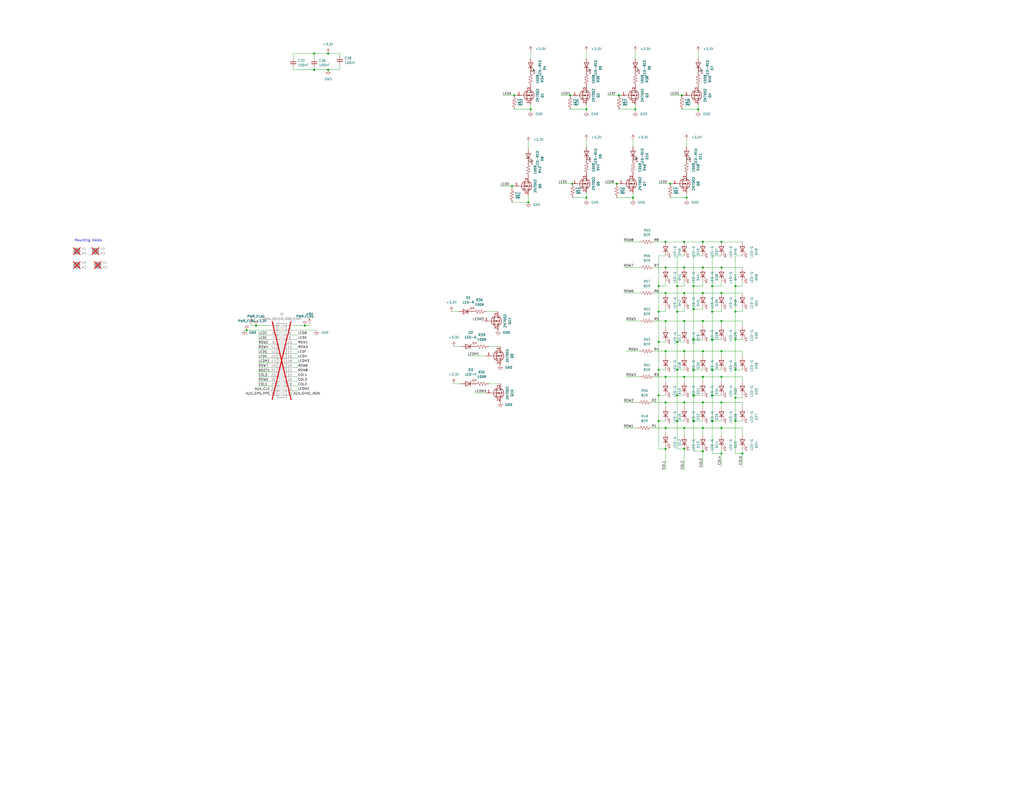
<source format=kicad_sch>
(kicad_sch (version 20230121) (generator eeschema)
  (paper "C")
  (title_block (title "Blinky V4") (rev "v4") (company "Cullen Jennings"))
  (junction (at 393.7 191.77))
  (junction (at 383.54 246.38))
  (junction (at 405.13 247.65))
  (junction (at 179.07 29.21))
  (junction (at 401.32 185.42))
  (junction (at 373.38 233.68))
  (junction (at 373.38 219.71))
  (junction (at 363.22 245.11))
  (junction (at 374.65 107.95))
  (junction (at 383.54 219.71))
  (junction (at 363.22 132.08))
  (junction (at 378.46 215.9))
  (junction (at 363.22 205.74))
  (junction (at 383.54 160.02))
  (junction (at 363.22 233.68))
  (junction (at 378.46 156.21))
  (junction (at 393.7 219.71))
  (junction (at 363.22 146.05))
  (junction (at 369.57 215.9))
  (junction (at 401.32 201.93))
  (junction (at 393.7 132.08))
  (junction (at 359.41 201.93))
  (junction (at 388.62 215.9))
  (junction (at 369.57 170.18))
  (junction (at 373.38 175.26))
  (junction (at 383.54 175.26))
  (junction (at 393.7 205.74))
  (junction (at 312.42 100.33))
  (junction (at 393.7 160.02))
  (junction (at 369.57 201.93))
  (junction (at 363.22 191.77))
  (junction (at 372.11 52.07))
  (junction (at 288.29 110.49))
  (junction (at 393.7 247.65))
  (junction (at 373.38 132.08))
  (junction (at 289.56 59.69))
  (junction (at 369.57 156.21))
  (junction (at 171.45 38.1))
  (junction (at 139.7 177.8))
  (junction (at 378.46 185.42))
  (junction (at 359.41 229.87))
  (junction (at 345.44 107.95))
  (junction (at 363.22 175.26))
  (junction (at 179.07 38.1))
  (junction (at 388.62 170.18))
  (junction (at 359.41 186.69))
  (junction (at 166.37 177.8))
  (junction (at 171.45 29.21))
  (junction (at 388.62 156.21))
  (junction (at 373.38 146.05))
  (junction (at 134.62 180.34))
  (junction (at 378.46 201.93))
  (junction (at 369.57 186.69))
  (junction (at 279.4 101.6))
  (junction (at 401.32 170.18))
  (junction (at 383.54 205.74))
  (junction (at 378.46 229.87))
  (junction (at 365.76 100.33))
  (junction (at 373.38 160.02))
  (junction (at 320.04 59.69))
  (junction (at 320.04 107.95))
  (junction (at 363.22 160.02))
  (junction (at 378.46 168.91))
  (junction (at 280.67 52.07))
  (junction (at 369.57 229.87))
  (junction (at 388.62 201.93))
  (junction (at 388.62 185.42))
  (junction (at 359.41 156.21))
  (junction (at 383.54 146.05))
  (junction (at 336.55 100.33))
  (junction (at 393.7 175.26))
  (junction (at 311.15 52.07))
  (junction (at 401.32 156.21))
  (junction (at 401.32 217.17))
  (junction (at 373.38 245.11))
  (junction (at 337.82 52.07))
  (junction (at 388.62 229.87))
  (junction (at 373.38 191.77))
  (junction (at 363.22 219.71))
  (junction (at 383.54 132.08))
  (junction (at 359.41 170.18))
  (junction (at 359.41 215.9))
  (junction (at 383.54 191.77))
  (junction (at 401.32 229.87))
  (junction (at 381 59.69))
  (junction (at 383.54 233.68))
  (junction (at 393.7 146.05))
  (junction (at 373.38 205.74))
  (junction (at 393.7 233.68))
  (junction (at 346.71 59.69))
  (wire (pts (xy 160.02 29.21) (xy 171.45 29.21)))
  (wire (pts (xy 320.04 105.41) (xy 320.04 107.95)))
  (wire (pts (xy 378.46 185.42) (xy 378.46 201.93)))
  (wire (pts (xy 405.13 208.28) (xy 405.13 205.74)))
  (wire (pts (xy 345.44 107.95) (xy 345.44 109.22)))
  (wire (pts (xy 393.7 215.9) (xy 388.62 215.9)))
  (wire (pts (xy 320.04 59.69) (xy 320.04 60.96)))
  (wire (pts (xy 140.97 203.2) (xy 147.32 203.2)))
  (wire (pts (xy 330.2 100.33) (xy 336.55 100.33)))
  (wire (pts (xy 405.13 219.71) (xy 393.7 219.71)))
  (wire (pts (xy 355.6 219.71) (xy 363.22 219.71)))
  (wire (pts (xy 171.45 29.21) (xy 179.07 29.21)))
  (wire (pts (xy 336.55 100.33) (xy 337.82 100.33)))
  (wire (pts (xy 266.7 209.55) (xy 273.05 209.55)))
  (wire (pts (xy 373.38 245.11) (xy 373.38 256.54)))
  (wire (pts (xy 140.97 193.04) (xy 147.32 193.04)))
  (wire (pts (xy 320.04 107.95) (xy 320.04 109.22)))
  (wire (pts (xy 393.7 153.67) (xy 393.7 156.21)))
  (wire (pts (xy 346.71 59.69) (xy 346.71 60.96)))
  (wire (pts (xy 405.13 215.9) (xy 405.13 217.17)))
  (wire (pts (xy 401.32 247.65) (xy 405.13 247.65)))
  (wire (pts (xy 359.41 245.11) (xy 363.22 245.11)))
  (wire (pts (xy 405.13 194.31) (xy 405.13 191.77)))
  (wire (pts (xy 365.76 52.07) (xy 372.11 52.07)))
  (wire (pts (xy 363.22 194.31) (xy 363.22 191.77)))
  (wire (pts (xy 185.42 30.48) (xy 185.42 29.21)))
  (wire (pts (xy 247.65 209.55) (xy 251.46 209.55)))
  (wire (pts (xy 289.56 59.69) (xy 289.56 60.96)))
  (wire (pts (xy 147.32 177.8) (xy 139.7 177.8)))
  (wire (pts (xy 393.7 160.02) (xy 405.13 160.02)))
  (wire (pts (xy 320.04 27.94) (xy 320.04 31.75)))
  (wire (pts (xy 388.62 229.87) (xy 388.62 247.65)))
  (wire (pts (xy 383.54 191.77) (xy 373.38 191.77)))
  (wire (pts (xy 383.54 233.68) (xy 373.38 233.68)))
  (wire (pts (xy 140.97 198.12) (xy 147.32 198.12)))
  (wire (pts (xy 336.55 107.95) (xy 345.44 107.95)))
  (wire (pts (xy 378.46 246.38) (xy 383.54 246.38)))
  (wire (pts (xy 383.54 237.49) (xy 383.54 233.68)))
  (wire (pts (xy 179.07 29.21) (xy 185.42 29.21)))
  (wire (pts (xy 378.46 215.9) (xy 383.54 215.9)))
  (wire (pts (xy 279.4 101.6) (xy 279.4 102.87)))
  (wire (pts (xy 304.8 100.33) (xy 312.42 100.33)))
  (wire (pts (xy 140.97 185.42) (xy 147.32 185.42)))
  (wire (pts (xy 405.13 175.26) (xy 393.7 175.26)))
  (wire (pts (xy 160.02 177.8) (xy 166.37 177.8)))
  (wire (pts (xy 160.02 38.1) (xy 171.45 38.1)))
  (wire (pts (xy 388.62 139.7) (xy 388.62 156.21)))
  (wire (pts (xy 311.15 52.07) (xy 312.42 52.07)))
  (wire (pts (xy 405.13 205.74) (xy 393.7 205.74)))
  (wire (pts (xy 359.41 215.9) (xy 359.41 229.87)))
  (wire (pts (xy 373.38 219.71) (xy 363.22 219.71)))
  (wire (pts (xy 388.62 201.93) (xy 393.7 201.93)))
  (wire (pts (xy 288.29 106.68) (xy 288.29 110.49)))
  (wire (pts (xy 405.13 139.7) (xy 401.32 139.7)))
  (wire (pts (xy 393.7 247.65) (xy 393.7 255.27)))
  (wire (pts (xy 359.41 156.21) (xy 359.41 170.18)))
  (wire (pts (xy 388.62 215.9) (xy 388.62 229.87)))
  (wire (pts (xy 160.02 180.34) (xy 172.72 180.34)))
  (wire (pts (xy 312.42 107.95) (xy 320.04 107.95)))
  (wire (pts (xy 393.7 139.7) (xy 388.62 139.7)))
  (wire (pts (xy 369.57 186.69) (xy 369.57 201.93)))
  (wire (pts (xy 340.36 160.02) (xy 349.25 160.02)))
  (wire (pts (xy 401.32 229.87) (xy 401.32 247.65)))
  (wire (pts (xy 345.44 76.2) (xy 345.44 80.01)))
  (wire (pts (xy 160.02 200.66) (xy 162.56 200.66)))
  (wire (pts (xy 393.7 167.64) (xy 393.7 170.18)))
  (wire (pts (xy 320.04 76.2) (xy 320.04 80.01)))
  (wire (pts (xy 356.87 160.02) (xy 363.22 160.02)))
  (wire (pts (xy 369.57 201.93) (xy 373.38 201.93)))
  (wire (pts (xy 363.22 245.11) (xy 363.22 256.54)))
  (wire (pts (xy 140.97 190.5) (xy 147.32 190.5)))
  (wire (pts (xy 405.13 191.77) (xy 393.7 191.77)))
  (wire (pts (xy 393.7 233.68) (xy 405.13 233.68)))
  (wire (pts (xy 363.22 191.77) (xy 356.87 191.77)))
  (wire (pts (xy 289.56 57.15) (xy 289.56 59.69)))
  (wire (pts (xy 393.7 245.11) (xy 393.7 247.65)))
  (wire (pts (xy 341.63 205.74) (xy 349.25 205.74)))
  (wire (pts (xy 133.35 180.34) (xy 134.62 180.34)))
  (wire (pts (xy 383.54 167.64) (xy 383.54 168.91)))
  (wire (pts (xy 363.22 233.68) (xy 355.6 233.68)))
  (wire (pts (xy 279.4 101.6) (xy 280.67 101.6)))
  (wire (pts (xy 405.13 170.18) (xy 401.32 170.18)))
  (wire (pts (xy 373.38 186.69) (xy 369.57 186.69)))
  (wire (pts (xy 388.62 156.21) (xy 388.62 170.18)))
  (wire (pts (xy 365.76 100.33) (xy 367.03 100.33)))
  (wire (pts (xy 381 57.15) (xy 381 59.69)))
  (wire (pts (xy 140.97 208.28) (xy 147.32 208.28)))
  (wire (pts (xy 363.22 215.9) (xy 359.41 215.9)))
  (wire (pts (xy 374.65 105.41) (xy 374.65 107.95)))
  (wire (pts (xy 378.46 215.9) (xy 378.46 229.87)))
  (wire (pts (xy 140.97 187.96) (xy 147.32 187.96)))
  (wire (pts (xy 373.38 205.74) (xy 363.22 205.74)))
  (wire (pts (xy 340.36 146.05) (xy 349.25 146.05)))
  (wire (pts (xy 337.82 59.69) (xy 346.71 59.69)))
  (wire (pts (xy 341.63 191.77) (xy 349.25 191.77)))
  (wire (pts (xy 255.27 194.31) (xy 265.43 194.31)))
  (wire (pts (xy 373.38 167.64) (xy 373.38 170.18)))
  (wire (pts (xy 363.22 139.7) (xy 359.41 139.7)))
  (wire (pts (xy 166.37 177.8) (xy 168.91 177.8)))
  (wire (pts (xy 346.71 57.15) (xy 346.71 59.69)))
  (wire (pts (xy 160.02 210.82) (xy 162.56 210.82)))
  (wire (pts (xy 369.57 229.87) (xy 369.57 245.11)))
  (wire (pts (xy 401.32 170.18) (xy 401.32 185.42)))
  (wire (pts (xy 405.13 237.49) (xy 405.13 233.68)))
  (wire (pts (xy 378.46 201.93) (xy 378.46 215.9)))
  (wire (pts (xy 378.46 139.7) (xy 378.46 156.21)))
  (wire (pts (xy 311.15 59.69) (xy 320.04 59.69)))
  (wire (pts (xy 363.22 243.84) (xy 363.22 245.11)))
  (wire (pts (xy 378.46 229.87) (xy 383.54 229.87)))
  (wire (pts (xy 405.13 217.17) (xy 401.32 217.17)))
  (wire (pts (xy 374.65 76.2) (xy 374.65 80.01)))
  (wire (pts (xy 393.7 205.74) (xy 393.7 208.28)))
  (wire (pts (xy 393.7 191.77) (xy 383.54 191.77)))
  (wire (pts (xy 369.57 201.93) (xy 369.57 215.9)))
  (wire (pts (xy 383.54 219.71) (xy 383.54 222.25)))
  (wire (pts (xy 280.67 52.07) (xy 281.94 52.07)))
  (wire (pts (xy 363.22 132.08) (xy 373.38 132.08)))
  (wire (pts (xy 359.41 201.93) (xy 363.22 201.93)))
  (wire (pts (xy 359.41 229.87) (xy 363.22 229.87)))
  (wire (pts (xy 331.47 52.07) (xy 337.82 52.07)))
  (wire (pts (xy 374.65 107.95) (xy 374.65 109.22)))
  (wire (pts (xy 171.45 36.83) (xy 171.45 38.1)))
  (wire (pts (xy 137.16 177.8) (xy 137.16 176.53)))
  (wire (pts (xy 363.22 205.74) (xy 363.22 208.28)))
  (wire (pts (xy 363.22 156.21) (xy 359.41 156.21)))
  (wire (pts (xy 383.54 153.67) (xy 383.54 156.21)))
  (wire (pts (xy 356.87 146.05) (xy 363.22 146.05)))
  (wire (pts (xy 388.62 185.42) (xy 388.62 201.93)))
  (wire (pts (xy 393.7 175.26) (xy 383.54 175.26)))
  (wire (pts (xy 160.02 187.96) (xy 162.56 187.96)))
  (wire (pts (xy 337.82 52.07) (xy 339.09 52.07)))
  (wire (pts (xy 383.54 175.26) (xy 383.54 177.8)))
  (wire (pts (xy 383.54 156.21) (xy 378.46 156.21)))
  (wire (pts (xy 369.57 245.11) (xy 373.38 245.11)))
  (wire (pts (xy 373.38 139.7) (xy 369.57 139.7)))
  (wire (pts (xy 383.54 160.02) (xy 393.7 160.02)))
  (wire (pts (xy 373.38 156.21) (xy 369.57 156.21)))
  (wire (pts (xy 279.4 110.49) (xy 288.29 110.49)))
  (wire (pts (xy 171.45 38.1) (xy 179.07 38.1)))
  (wire (pts (xy 265.43 170.18) (xy 271.78 170.18)))
  (wire (pts (xy 405.13 222.25) (xy 405.13 219.71)))
  (wire (pts (xy 378.46 139.7) (xy 383.54 139.7)))
  (wire (pts (xy 378.46 156.21) (xy 378.46 168.91)))
  (wire (pts (xy 359.41 170.18) (xy 359.41 186.69)))
  (wire (pts (xy 405.13 247.65) (xy 405.13 255.27)))
  (wire (pts (xy 363.22 175.26) (xy 363.22 179.07)))
  (wire (pts (xy 140.97 182.88) (xy 147.32 182.88)))
  (wire (pts (xy 363.22 160.02) (xy 373.38 160.02)))
  (wire (pts (xy 246.38 170.18) (xy 250.19 170.18)))
  (wire (pts (xy 274.32 52.07) (xy 280.67 52.07)))
  (wire (pts (xy 393.7 219.71) (xy 393.7 222.25)))
  (wire (pts (xy 289.56 27.94) (xy 289.56 31.75)))
  (wire (pts (xy 185.42 35.56) (xy 185.42 38.1)))
  (wire (pts (xy 306.07 52.07) (xy 311.15 52.07)))
  (wire (pts (xy 405.13 177.8) (xy 405.13 175.26)))
  (wire (pts (xy 160.02 213.36) (xy 162.56 213.36)))
  (wire (pts (xy 369.57 156.21) (xy 369.57 170.18)))
  (wire (pts (xy 134.62 180.34) (xy 147.32 180.34)))
  (wire (pts (xy 388.62 201.93) (xy 388.62 215.9)))
  (wire (pts (xy 401.32 185.42) (xy 401.32 201.93)))
  (wire (pts (xy 373.38 170.18) (xy 369.57 170.18)))
  (wire (pts (xy 393.7 175.26) (xy 393.7 177.8)))
  (wire (pts (xy 383.54 146.05) (xy 393.7 146.05)))
  (wire (pts (xy 373.38 233.68) (xy 373.38 237.49)))
  (wire (pts (xy 369.57 170.18) (xy 369.57 186.69)))
  (wire (pts (xy 373.38 153.67) (xy 373.38 156.21)))
  (wire (pts (xy 346.71 27.94) (xy 346.71 31.75)))
  (wire (pts (xy 247.65 189.23) (xy 251.46 189.23)))
  (wire (pts (xy 383.54 205.74) (xy 383.54 208.28)))
  (wire (pts (xy 405.13 167.64) (xy 405.13 170.18)))
  (wire (pts (xy 393.7 132.08) (xy 405.13 132.08)))
  (wire (pts (xy 160.02 203.2) (xy 162.56 203.2)))
  (wire (pts (xy 171.45 29.21) (xy 171.45 31.75)))
  (wire (pts (xy 340.36 233.68) (xy 347.98 233.68)))
  (wire (pts (xy 140.97 195.58) (xy 147.32 195.58)))
  (wire (pts (xy 383.54 191.77) (xy 383.54 194.31)))
  (wire (pts (xy 383.54 205.74) (xy 373.38 205.74)))
  (wire (pts (xy 273.05 101.6) (xy 279.4 101.6)))
  (wire (pts (xy 369.57 215.9) (xy 369.57 229.87)))
  (wire (pts (xy 359.41 229.87) (xy 359.41 245.11)))
  (wire (pts (xy 160.02 190.5) (xy 162.56 190.5)))
  (wire (pts (xy 363.22 167.64) (xy 363.22 170.18)))
  (wire (pts (xy 288.29 77.47) (xy 288.29 81.28)))
  (wire (pts (xy 369.57 139.7) (xy 369.57 156.21)))
  (wire (pts (xy 363.22 236.22) (xy 363.22 233.68)))
  (wire (pts (xy 179.07 38.1) (xy 185.42 38.1)))
  (wire (pts (xy 160.02 193.04) (xy 162.56 193.04)))
  (wire (pts (xy 393.7 191.77) (xy 393.7 194.31)))
  (wire (pts (xy 393.7 185.42) (xy 388.62 185.42)))
  (wire (pts (xy 160.02 208.28) (xy 162.56 208.28)))
  (wire (pts (xy 140.97 210.82) (xy 147.32 210.82)))
  (wire (pts (xy 363.22 153.67) (xy 363.22 156.21)))
  (wire (pts (xy 140.97 205.74) (xy 147.32 205.74)))
  (wire (pts (xy 359.41 139.7) (xy 359.41 156.21)))
  (wire (pts (xy 363.22 146.05) (xy 373.38 146.05)))
  (wire (pts (xy 383.54 185.42) (xy 378.46 185.42)))
  (wire (pts (xy 363.22 186.69) (xy 359.41 186.69)))
  (wire (pts (xy 393.7 219.71) (xy 383.54 219.71)))
  (wire (pts (xy 340.36 219.71) (xy 347.98 219.71)))
  (wire (pts (xy 383.54 168.91) (xy 378.46 168.91)))
  (wire (pts (xy 359.41 100.33) (xy 365.76 100.33)))
  (wire (pts (xy 340.36 132.08) (xy 349.25 132.08)))
  (wire (pts (xy 373.38 146.05) (xy 383.54 146.05)))
  (wire (pts (xy 363.22 219.71) (xy 363.22 222.25)))
  (wire (pts (xy 401.32 217.17) (xy 401.32 229.87)))
  (wire (pts (xy 373.38 179.07) (xy 373.38 175.26)))
  (wire (pts (xy 401.32 156.21) (xy 401.32 170.18)))
  (wire (pts (xy 160.02 198.12) (xy 162.56 198.12)))
  (wire (pts (xy 405.13 185.42) (xy 401.32 185.42)))
  (wire (pts (xy 356.87 205.74) (xy 363.22 205.74)))
  (wire (pts (xy 139.7 177.8) (xy 137.16 177.8)))
  (wire (pts (xy 405.13 153.67) (xy 405.13 156.21)))
  (wire (pts (xy 356.87 132.08) (xy 363.22 132.08)))
  (wire (pts (xy 393.7 170.18) (xy 388.62 170.18)))
  (wire (pts (xy 401.32 201.93) (xy 405.13 201.93)))
  (wire (pts (xy 393.7 237.49) (xy 393.7 233.68)))
  (wire (pts (xy 341.63 175.26) (xy 349.25 175.26)))
  (wire (pts (xy 383.54 233.68) (xy 393.7 233.68)))
  (wire (pts (xy 373.38 132.08) (xy 383.54 132.08)))
  (wire (pts (xy 359.41 201.93) (xy 359.41 215.9)))
  (wire (pts (xy 405.13 245.11) (xy 405.13 247.65)))
  (wire (pts (xy 381 27.94) (xy 381 31.75)))
  (wire (pts (xy 160.02 185.42) (xy 162.56 185.42)))
  (wire (pts (xy 373.38 175.26) (xy 363.22 175.26)))
  (wire (pts (xy 383.54 175.26) (xy 373.38 175.26)))
  (wire (pts (xy 388.62 170.18) (xy 388.62 185.42)))
  (wire (pts (xy 401.32 139.7) (xy 401.32 156.21)))
  (wire (pts (xy 259.08 214.63) (xy 265.43 214.63)))
  (wire (pts (xy 373.38 233.68) (xy 363.22 233.68)))
  (wire (pts (xy 393.7 146.05) (xy 405.13 146.05)))
  (wire (pts (xy 373.38 222.25) (xy 373.38 219.71)))
  (wire (pts (xy 160.02 205.74) (xy 162.56 205.74)))
  (wire (pts (xy 359.41 186.69) (xy 359.41 201.93)))
  (wire (pts (xy 345.44 105.41) (xy 345.44 107.95)))
  (wire (pts (xy 383.54 245.11) (xy 383.54 246.38)))
  (wire (pts (xy 401.32 229.87) (xy 405.13 229.87)))
  (wire (pts (xy 372.11 52.07) (xy 373.38 52.07)))
  (wire (pts (xy 378.46 201.93) (xy 383.54 201.93)))
  (wire (pts (xy 373.38 191.77) (xy 363.22 191.77)))
  (wire (pts (xy 378.46 229.87) (xy 378.46 246.38)))
  (wire (pts (xy 320.04 57.15) (xy 320.04 59.69)))
  (wire (pts (xy 168.91 177.8) (xy 168.91 176.53)))
  (wire (pts (xy 160.02 31.75) (xy 160.02 29.21)))
  (wire (pts (xy 369.57 229.87) (xy 373.38 229.87)))
  (wire (pts (xy 381 59.69) (xy 381 60.96)))
  (wire (pts (xy 383.54 132.08) (xy 393.7 132.08)))
  (wire (pts (xy 405.13 156.21) (xy 401.32 156.21)))
  (wire (pts (xy 373.38 160.02) (xy 383.54 160.02)))
  (wire (pts (xy 378.46 168.91) (xy 378.46 185.42)))
  (wire (pts (xy 365.76 107.95) (xy 374.65 107.95)))
  (wire (pts (xy 369.57 215.9) (xy 373.38 215.9)))
  (wire (pts (xy 363.22 170.18) (xy 359.41 170.18)))
  (wire (pts (xy 393.7 229.87) (xy 388.62 229.87)))
  (wire (pts (xy 393.7 205.74) (xy 383.54 205.74)))
  (wire (pts (xy 373.38 194.31) (xy 373.38 191.77)))
  (wire (pts (xy 160.02 36.83) (xy 160.02 38.1)))
  (wire (pts (xy 383.54 219.71) (xy 373.38 219.71)))
  (wire (pts (xy 388.62 247.65) (xy 393.7 247.65)))
  (wire (pts (xy 140.97 200.66) (xy 147.32 200.66)))
  (wire (pts (xy 266.7 189.23) (xy 273.05 189.23)))
  (wire (pts (xy 373.38 208.28) (xy 373.38 205.74)))
  (wire (pts (xy 160.02 182.88) (xy 162.56 182.88)))
  (wire (pts (xy 372.11 59.69) (xy 381 59.69)))
  (wire (pts (xy 393.7 156.21) (xy 388.62 156.21)))
  (wire (pts (xy 160.02 195.58) (xy 162.56 195.58)))
  (wire (pts (xy 280.67 59.69) (xy 289.56 59.69)))
  (wire (pts (xy 383.54 246.38) (xy 383.54 255.27)))
  (wire (pts (xy 401.32 201.93) (xy 401.32 217.17)))
  (wire (pts (xy 356.87 175.26) (xy 363.22 175.26)))
  (text "Mounting Holes" (at 40.64 132.08 0) (effects (font (size 1.27 1.27)) (justify left bottom)))
  (label "LEDF" (at 331.47 52.07 0))
  (label "COL1" (at 140.97 210.82 0))
  (label "LEDD" (at 162.56 185.42 0))
  (label "AUX_CLK" (at 147.32 213.36 180))
  (label "LEDM3" (at 259.08 214.63 0))
  (label "ROW2" (at 340.36 219.71 0))
  (label "R8" (at 356.87 132.08 0))
  (label "LEDM2" (at 162.56 213.36 0))
  (label "LEDE" (at 304.8 100.33 0))
  (label "LEDA" (at 274.32 52.07 0))
  (label "LEDM2" (at 264.16 175.26 180))
  (label "LEDD" (at 273.05 101.6 0))
  (label "LA" (at 289.56 39.37 0))
  (label "R1" (at 355.6 233.68 0))
  (label "LEDB" (at 162.56 182.88 0))
  (label "LF" (at 346.71 39.37 0))
  (label "ROW5" (at 341.63 175.26 0))
  (label "COL3" (at 383.54 255.27 90))
  (label "LEDH" (at 162.56 195.58 0))
  (label "COL5" (at 405.13 254 90))
  (label "R4" (at 356.87 191.77 0))
  (label "ROW3" (at 341.63 205.74 0))
  (label "ROW1" (at 162.56 187.96 0))
  (label "BOOT1" (at 140.97 203.2 0))
  (label "ROW4" (at 140.97 190.5 0))
  (label "LD" (at 288.29 88.9 0))
  (label "LEDF" (at 162.56 193.04 0))
  (label "R6" (at 356.87 160.02 0))
  (label "ROW8" (at 340.36 132.08 0))
  (label "LEDH" (at 306.07 52.07 0))
  (label "AUX_GPS_PPS" (at 147.32 215.9 180))
  (label "ROW6" (at 162.56 200.66 0))
  (label "R5" (at 356.87 175.26 0))
  (label "ROW2" (at 140.97 187.96 0))
  (label "LE" (at 320.04 87.63 0))
  (label "ROW4" (at 342.9 191.77 0))
  (label "COL2" (at 373.38 256.54 90))
  (label "ROW8" (at 162.56 203.2 0))
  (label "AUX_SYNC_MON" (at 160.02 215.9 0))
  (label "ROW1" (at 340.36 233.68 0))
  (label "LEDM1" (at 255.27 194.31 0))
  (label "COL5" (at 140.97 205.74 0))
  (label "COL1" (at 363.22 256.54 90))
  (label "COL3" (at 162.56 208.28 0))
  (label "LEDB" (at 330.2 100.33 0))
  (label "COL2" (at 162.56 210.82 0))
  (label "COL4" (at 162.56 205.74 0))
  (label "LEDA" (at 140.97 195.58 0))
  (label "LEDC" (at 359.41 100.33 0))
  (label "COL4" (at 393.7 254 90))
  (label "LEDG" (at 140.97 193.04 0))
  (label "LEDM1" (at 140.97 198.12 0))
  (label "LEDE" (at 140.97 185.42 0))
  (label "LG" (at 381 39.37 0))
  (label "R7" (at 356.87 146.05 0))
  (label "LEDM3" (at 162.56 198.12 0))
  (label "ROW7" (at 340.36 146.05 0))
  (label "LEDG" (at 365.76 52.07 0))
  (label "LC" (at 374.65 87.63 0))
  (label "LB" (at 345.44 87.63 0))
  (label "ROW3" (at 162.56 190.5 0))
  (label "ROW7" (at 140.97 200.66 0))
  (label "ROW6" (at 340.36 160.02 0))
  (label "ROW5" (at 140.97 208.28 0))
  (label "LH" (at 320.04 39.37 0))
  (label "R3" (at 356.87 205.74 0))
  (label "R2" (at 355.6 219.71 0))
  (label "LEDC" (at 140.97 182.88 0))
  (symbol (lib_id "Device:LED") (at 363.22 226.06 90) (unit 1)
    (property "Reference" "D16" (at 370.84 227.6475 0))
    (property "Value" "LED-G" (at 368.3 227.6475 0))
    (property "Footprint" "LED_SMD:LED_0603_1608Metric" (effects hide))
    (property "Datasheet" "https://jlcpcb.com/partdetail/liteon-LTSTC190KRKT/C94869#:~:text=Datasheet-,Download,-Source" (effects hide))
    (property "LCSC" "C125093" (effects hide))
  )
  (symbol (lib_id "Device:LED") (at 383.54 226.06 90) (unit 1)
    (property "Reference" "D25" (at 391.16 227.6475 0))
    (property "Value" "LED-G" (at 388.62 227.6475 0))
    (property "Footprint" "LED_SMD:LED_0603_1608Metric" (effects hide))
    (property "Datasheet" "https://jlcpcb.com/partdetail/liteon-LTSTC190KRKT/C94869#:~:text=Datasheet-,Download,-Source" (effects hide))
    (property "LCSC" "C125093" (effects hide))
  )
  (symbol (lib_id "power:+3.3V") (at 246.38 170.18 0) (unit 1)
    (property "Reference" "#PWR076" (effects hide))
    (property "Value" "+3.3V" (at 246.38 165.1 0))
  )
  (symbol (lib_id "Device:LED") (at 373.38 241.3 90) (unit 1)
    (property "Reference" "D13" (at 381 242.8875 0))
    (property "Value" "LED-G" (at 378.46 242.8875 0))
    (property "Footprint" "LED_SMD:LED_0603_1608Metric" (effects hide))
    (property "Datasheet" "https://jlcpcb.com/partdetail/liteon-LTSTC190KRKT/C94869#:~:text=Datasheet-,Download,-Source" (effects hide))
    (property "LCSC" "C125093" (effects hide))
  )
  (symbol (lib_id "power:PWR_FLAG") (at 166.37 177.8 0) (unit 1)
    (property "Reference" "#FLG02" (effects hide))
    (property "Value" "PWR_FLAG" (at 166.37 172.72 0))
  )
  (symbol (lib_id "power:+3.3V") (at 289.56 27.94 0) (unit 1)
    (property "Reference" "#PWR09" (effects hide))
    (property "Value" "+3.3V" (at 292.1 26.67 0) (effects (justify left)))
  )
  (symbol (lib_id "Mechanical:MountingHole") (at 52.07 137.16 0) (unit 1) (in_bom no) (dnp yes)
    (property "Reference" "H2" (at 54.61 135.89 0) (effects (justify left)))
    (property "Value" "M2" (at 54.61 138.43 0) (effects (justify left)))
    (property "Footprint" "MountingHole:MountingHole_2.2mm_M2" (effects hide))
  )
  (symbol (lib_id "Device:R_US") (at 320.04 43.18 0) (unit 1)
    (property "Reference" "R36" (at 326.39 43.18 90))
    (property "Value" "100R" (at 323.85 43.18 90))
    (property "Footprint" "Resistor_SMD:R_0603_1608Metric" (effects hide))
    (property "LCSC" "C22775" (effects hide))
  )
  (symbol (lib_id "Device:LED") (at 383.54 163.83 90) (unit 1)
    (property "Reference" "D39" (at 391.16 165.4175 0))
    (property "Value" "LED-G" (at 388.62 165.4175 0))
    (property "Footprint" "LED_SMD:LED_0603_1608Metric" (effects hide))
    (property "Datasheet" "https://jlcpcb.com/partdetail/liteon-LTSTC190KRKT/C94869#:~:text=Datasheet-,Download,-Source" (effects hide))
    (property "LCSC" "C125093" (effects hide))
  )
  (symbol (lib_id "Device:R_US") (at 345.44 91.44 0) (unit 1)
    (property "Reference" "R46" (at 351.79 91.44 90))
    (property "Value" "100R" (at 349.25 91.44 90))
    (property "Footprint" "Resistor_SMD:R_0603_1608Metric" (effects hide))
    (property "LCSC" "C22775" (effects hide))
  )
  (symbol (lib_id "Device:LED") (at 405.13 135.89 90) (unit 1)
    (property "Reference" "D49" (at 412.75 137.4775 0))
    (property "Value" "LED-G" (at 410.21 137.4775 0))
    (property "Footprint" "LED_SMD:LED_0603_1608Metric" (effects hide))
    (property "Datasheet" "https://jlcpcb.com/partdetail/liteon-LTSTC190KRKT/C94869#:~:text=Datasheet-,Download,-Source" (effects hide))
    (property "LCSC" "C125093" (effects hide))
  )
  (symbol (lib_id "power:GND") (at 381 60.96 0) (unit 1)
    (property "Reference" "#PWR088" (effects hide))
    (property "Value" "GND" (at 383.54 62.23 0) (effects (justify left)))
  )
  (symbol (lib_id "Device:LED") (at 363.22 198.12 90) (unit 1)
    (property "Reference" "D18" (at 370.84 199.7075 0))
    (property "Value" "LED-G" (at 368.3 199.7075 0))
    (property "Footprint" "LED_SMD:LED_0603_1608Metric" (effects hide))
    (property "Datasheet" "https://jlcpcb.com/partdetail/liteon-LTSTC190KRKT/C94869#:~:text=Datasheet-,Download,-Source" (effects hide))
    (property "LCSC" "C125093" (effects hide))
  )
  (symbol (lib_id "Device:LED") (at 254 170.18 180) (unit 1)
    (property "Reference" "D1" (at 255.5875 162.56 0))
    (property "Value" "LED-R" (at 255.5875 165.1 0))
    (property "Footprint" "LED_SMD:LED_0603_1608Metric" (effects hide))
    (property "Datasheet" "https://jlcpcb.com/partdetail/liteon-LTSTC190KRKT/C94869#:~:text=Datasheet-,Download,-Source" (effects hide))
    (property "LCSC" "C94869" (effects hide))
  )
  (symbol (lib_id "Device:LED") (at 405.13 212.09 90) (unit 1)
    (property "Reference" "D33" (at 412.75 213.6775 0))
    (property "Value" "LED-G" (at 410.21 213.6775 0))
    (property "Footprint" "LED_SMD:LED_0603_1608Metric" (effects hide))
    (property "Datasheet" "https://jlcpcb.com/partdetail/liteon-LTSTC190KRKT/C94869#:~:text=Datasheet-,Download,-Source" (effects hide))
    (property "LCSC" "C125093" (effects hide))
  )
  (symbol (lib_id "Transistor_FET:2N7002") (at 285.75 101.6 0) (unit 1)
    (property "Reference" "Q5" (at 294.64 101.6 90))
    (property "Value" "2N7002" (at 292.1 101.6 90))
    (property "Footprint" "Package_TO_SOT_SMD:SOT-23" (effects hide))
    (property "Datasheet" "https://www.onsemi.com/pub/Collateral/NDS7002A-D.PDF" (effects hide))
    (property "LCSC" "C8545" (effects hide))
  )
  (symbol (lib_id "Device:LED") (at 363.22 163.83 90) (unit 1)
    (property "Reference" "D42" (at 370.84 165.4175 0))
    (property "Value" "LED-G" (at 368.3 165.4175 0))
    (property "Footprint" "LED_SMD:LED_0603_1608Metric" (effects hide))
    (property "Datasheet" "https://jlcpcb.com/partdetail/liteon-LTSTC190KRKT/C94869#:~:text=Datasheet-,Download,-Source" (effects hide))
    (property "LCSC" "C125093" (effects hide))
  )
  (symbol (lib_id "Device:R_US") (at 381 43.18 0) (unit 1)
    (property "Reference" "R40" (at 387.35 43.18 90))
    (property "Value" "100R" (at 384.81 43.18 90))
    (property "Footprint" "Resistor_SMD:R_0603_1608Metric" (effects hide))
    (property "LCSC" "C22775" (effects hide))
  )
  (symbol (lib_id "Device:LED") (at 363.22 135.89 90) (unit 1)
    (property "Reference" "D40" (at 370.84 137.4775 0))
    (property "Value" "LED-G" (at 368.3 137.4775 0))
    (property "Footprint" "LED_SMD:LED_0603_1608Metric" (effects hide))
    (property "Datasheet" "https://jlcpcb.com/partdetail/liteon-LTSTC190KRKT/C94869#:~:text=Datasheet-,Download,-Source" (effects hide))
    (property "LCSC" "C125093" (effects hide))
  )
  (symbol (lib_id "Device:LED") (at 320.04 35.56 90) (unit 1)
    (property "Reference" "D5" (at 327.66 37.1475 0))
    (property "Value" "LED-RED" (at 325.12 37.1475 0))
    (property "Footprint" "LED_SMD:LED_0603_1608Metric" (effects hide))
    (property "Datasheet" "https://jlcpcb.com/partdetail/liteon-LTSTC190KRKT/C94869#:~:text=Datasheet-,Download,-Source" (effects hide))
    (property "LCSC" "C94869" (effects hide))
  )
  (symbol (lib_id "Device:LED") (at 393.7 198.12 90) (unit 1)
    (property "Reference" "D35" (at 401.32 199.7075 0))
    (property "Value" "LED-G" (at 398.78 199.7075 0))
    (property "Footprint" "LED_SMD:LED_0603_1608Metric" (effects hide))
    (property "Datasheet" "https://jlcpcb.com/partdetail/liteon-LTSTC190KRKT/C94869#:~:text=Datasheet-,Download,-Source" (effects hide))
    (property "LCSC" "C125093" (effects hide))
  )
  (symbol (lib_id "power:GND") (at 172.72 180.34 0) (unit 1)
    (property "Reference" "#PWR04" (effects hide))
    (property "Value" "GND" (at 175.26 181.61 0) (effects (justify left)))
  )
  (symbol (lib_id "Device:LED") (at 393.7 149.86 90) (unit 1)
    (property "Reference" "D47" (at 401.32 151.4475 0))
    (property "Value" "LED-G" (at 398.78 151.4475 0))
    (property "Footprint" "LED_SMD:LED_0603_1608Metric" (effects hide))
    (property "Datasheet" "https://jlcpcb.com/partdetail/liteon-LTSTC190KRKT/C94869#:~:text=Datasheet-,Download,-Source" (effects hide))
    (property "LCSC" "C125093" (effects hide))
  )
  (symbol (lib_id "Device:LED") (at 363.22 182.88 90) (unit 1)
    (property "Reference" "D17" (at 370.84 184.4675 0))
    (property "Value" "LED-G" (at 368.3 184.4675 0))
    (property "Footprint" "LED_SMD:LED_0603_1608Metric" (effects hide))
    (property "Datasheet" "https://jlcpcb.com/partdetail/liteon-LTSTC190KRKT/C94869#:~:text=Datasheet-,Download,-Source" (effects hide))
    (property "LCSC" "C125093" (effects hide))
  )
  (symbol (lib_id "Device:R_US") (at 353.06 132.08 270) (unit 1)
    (property "Reference" "R55" (at 353.06 125.73 90))
    (property "Value" "82R" (at 353.06 128.27 90))
    (property "Footprint" "Resistor_SMD:R_0603_1608Metric" (effects hide))
    (property "LCSC" "C23255" (effects hide))
  )
  (symbol (lib_id "Device:LED") (at 363.22 149.86 90) (unit 1)
    (property "Reference" "D41" (at 370.84 151.4475 0))
    (property "Value" "LED-G" (at 368.3 151.4475 0))
    (property "Footprint" "LED_SMD:LED_0603_1608Metric" (effects hide))
    (property "Datasheet" "https://jlcpcb.com/partdetail/liteon-LTSTC190KRKT/C94869#:~:text=Datasheet-,Download,-Source" (effects hide))
    (property "LCSC" "C125093" (effects hide))
  )
  (symbol (lib_id "Mechanical:MountingHole") (at 53.34 144.78 0) (unit 1) (in_bom no) (dnp yes)
    (property "Reference" "H4" (at 55.88 143.51 0) (effects (justify left)))
    (property "Value" "M2" (at 55.88 146.05 0) (effects (justify left)))
    (property "Footprint" "MountingHole:MountingHole_2.2mm_M2" (effects hide))
  )
  (symbol (lib_id "Device:LED") (at 373.38 163.83 90) (unit 1)
    (property "Reference" "D45" (at 381 165.4175 0))
    (property "Value" "LED-G" (at 378.46 165.4175 0))
    (property "Footprint" "LED_SMD:LED_0603_1608Metric" (effects hide))
    (property "Datasheet" "https://jlcpcb.com/partdetail/liteon-LTSTC190KRKT/C94869#:~:text=Datasheet-,Download,-Source" (effects hide))
    (property "LCSC" "C125093" (effects hide))
  )
  (symbol (lib_id "Device:LED") (at 405.13 181.61 90) (unit 1)
    (property "Reference" "D30" (at 412.75 183.1975 0))
    (property "Value" "LED-G" (at 410.21 183.1975 0))
    (property "Footprint" "LED_SMD:LED_0603_1608Metric" (effects hide))
    (property "Datasheet" "https://jlcpcb.com/partdetail/liteon-LTSTC190KRKT/C94869#:~:text=Datasheet-,Download,-Source" (effects hide))
    (property "LCSC" "C125093" (effects hide))
  )
  (symbol (lib_id "Device:LED") (at 373.38 135.89 90) (unit 1)
    (property "Reference" "D43" (at 381 137.4775 0))
    (property "Value" "LED-G" (at 378.46 137.4775 0))
    (property "Footprint" "LED_SMD:LED_0603_1608Metric" (effects hide))
    (property "Datasheet" "https://jlcpcb.com/partdetail/liteon-LTSTC190KRKT/C94869#:~:text=Datasheet-,Download,-Source" (effects hide))
    (property "LCSC" "C125093" (effects hide))
  )
  (symbol (lib_id "Device:LED") (at 374.65 83.82 90) (unit 1)
    (property "Reference" "D11" (at 382.27 85.4075 0))
    (property "Value" "LED-RED" (at 379.73 85.4075 0))
    (property "Footprint" "LED_SMD:LED_0603_1608Metric" (effects hide))
    (property "Datasheet" "https://jlcpcb.com/partdetail/liteon-LTSTC190KRKT/C94869#:~:text=Datasheet-,Download,-Source" (effects hide))
    (property "LCSC" "C94869" (effects hide))
  )
  (symbol (lib_id "Transistor_FET:2N7002") (at 372.11 100.33 0) (unit 1)
    (property "Reference" "Q8" (at 381 100.33 90))
    (property "Value" "2N7002" (at 378.46 100.33 90))
    (property "Footprint" "Package_TO_SOT_SMD:SOT-23" (effects hide))
    (property "Datasheet" "https://www.onsemi.com/pub/Collateral/NDS7002A-D.PDF" (effects hide))
    (property "LCSC" "C8545" (effects hide))
  )
  (symbol (lib_id "power:+3.3V") (at 320.04 76.2 0) (unit 1)
    (property "Reference" "#PWR091" (effects hide))
    (property "Value" "+3.3V" (at 322.58 74.93 0) (effects (justify left)))
  )
  (symbol (lib_id "Device:R_US") (at 262.89 209.55 90) (unit 1)
    (property "Reference" "R31" (at 262.89 203.2 90))
    (property "Value" "100R" (at 262.89 205.74 90))
    (property "Footprint" "Resistor_SMD:R_0603_1608Metric" (effects hide))
    (property "LCSC" "C22775" (effects hide))
  )
  (symbol (lib_id "Device:LED") (at 393.7 163.83 90) (unit 1)
    (property "Reference" "D48" (at 401.32 165.4175 0))
    (property "Value" "LED-G" (at 398.78 165.4175 0))
    (property "Footprint" "LED_SMD:LED_0603_1608Metric" (effects hide))
    (property "Datasheet" "https://jlcpcb.com/partdetail/liteon-LTSTC190KRKT/C94869#:~:text=Datasheet-,Download,-Source" (effects hide))
    (property "LCSC" "C125093" (effects hide))
  )
  (symbol (lib_id "Device:R_US") (at 261.62 170.18 90) (unit 1)
    (property "Reference" "R30" (at 261.62 163.83 90))
    (property "Value" "100R" (at 261.62 166.37 90))
    (property "Footprint" "Resistor_SMD:R_0603_1608Metric" (effects hide))
    (property "LCSC" "C22775" (effects hide))
  )
  (symbol (lib_id "Device:C_Small") (at 171.45 34.29 0) (unit 1)
    (property "Reference" "C36" (at 173.99 33.0263 0) (effects (justify left)))
    (property "Value" "100nF" (at 173.99 35.5663 0) (effects (justify left)))
    (property "Footprint" "Capacitor_SMD:C_0402_1005Metric" (effects hide))
    (property "Datasheet" "https://www.mouser.ca/datasheet/2/447/UPY_GPHC_X7R_6_3V_to_250V_23-3084653.pdf" (effects hide))
    (property "LCSC" "C307331" (effects hide))
  )
  (symbol (lib_id "Transistor_FET:2N7002") (at 270.51 194.31 0) (unit 1)
    (property "Reference" "Q9" (at 279.4 194.31 90))
    (property "Value" "2N7002" (at 276.86 194.31 90))
    (property "Footprint" "Package_TO_SOT_SMD:SOT-23" (effects hide))
    (property "Datasheet" "https://www.onsemi.com/pub/Collateral/NDS7002A-D.PDF" (effects hide))
    (property "LCSC" "C8545" (effects hide))
  )
  (symbol (lib_id "Device:R_US") (at 374.65 91.44 0) (unit 1)
    (property "Reference" "R48" (at 381 91.44 90))
    (property "Value" "100R" (at 378.46 91.44 90))
    (property "Footprint" "Resistor_SMD:R_0603_1608Metric" (effects hide))
    (property "LCSC" "C22775" (effects hide))
  )
  (symbol (lib_id "Device:LED") (at 383.54 198.12 90) (unit 1)
    (property "Reference" "D34" (at 391.16 199.7075 0))
    (property "Value" "LED-G" (at 388.62 199.7075 0))
    (property "Footprint" "LED_SMD:LED_0603_1608Metric" (effects hide))
    (property "Datasheet" "https://jlcpcb.com/partdetail/liteon-LTSTC190KRKT/C94869#:~:text=Datasheet-,Download,-Source" (effects hide))
    (property "LCSC" "C125093" (effects hide))
  )
  (symbol (lib_id "Device:LED") (at 383.54 241.3 90) (unit 1)
    (property "Reference" "D14" (at 391.16 242.8875 0))
    (property "Value" "LED-G" (at 388.62 242.8875 0))
    (property "Footprint" "LED_SMD:LED_0603_1608Metric" (effects hide))
    (property "Datasheet" "https://jlcpcb.com/partdetail/liteon-LTSTC190KRKT/C94869#:~:text=Datasheet-,Download,-Source" (effects hide))
    (property "LCSC" "C125093" (effects hide))
  )
  (symbol (lib_id "Device:LED") (at 405.13 226.06 90) (unit 1)
    (property "Reference" "D27" (at 412.75 227.6475 0))
    (property "Value" "LED-G" (at 410.21 227.6475 0))
    (property "Footprint" "LED_SMD:LED_0603_1608Metric" (effects hide))
    (property "Datasheet" "https://jlcpcb.com/partdetail/liteon-LTSTC190KRKT/C94869#:~:text=Datasheet-,Download,-Source" (effects hide))
    (property "LCSC" "C125093" (effects hide))
  )
  (symbol (lib_id "Device:LED") (at 393.7 181.61 90) (unit 1)
    (property "Reference" "D29" (at 401.32 183.1975 0))
    (property "Value" "LED-G" (at 398.78 183.1975 0))
    (property "Footprint" "LED_SMD:LED_0603_1608Metric" (effects hide))
    (property "Datasheet" "https://jlcpcb.com/partdetail/liteon-LTSTC190KRKT/C94869#:~:text=Datasheet-,Download,-Source" (effects hide))
    (property "LCSC" "C125093" (effects hide))
  )
  (symbol (lib_id "Device:LED") (at 383.54 181.61 90) (unit 1)
    (property "Reference" "D28" (at 391.16 183.1975 0))
    (property "Value" "LED-G" (at 388.62 183.1975 0))
    (property "Footprint" "LED_SMD:LED_0603_1608Metric" (effects hide))
    (property "Datasheet" "https://jlcpcb.com/partdetail/liteon-LTSTC190KRKT/C94869#:~:text=Datasheet-,Download,-Source" (effects hide))
    (property "LCSC" "C125093" (effects hide))
  )
  (symbol (lib_id "Mechanical:MountingHole") (at 41.91 137.16 0) (unit 1) (in_bom no) (dnp yes)
    (property "Reference" "H1" (at 44.45 135.89 0) (effects (justify left)))
    (property "Value" "M2" (at 44.45 138.43 0) (effects (justify left)))
    (property "Footprint" "MountingHole:MountingHole_2.2mm_M2" (effects hide))
  )
  (symbol (lib_id "Device:R_US") (at 365.76 104.14 180) (unit 1)
    (property "Reference" "R47" (at 369.57 104.14 90))
    (property "Value" "4K7" (at 368.3 104.14 90))
    (property "Footprint" "Resistor_SMD:R_0603_1608Metric" (effects hide))
    (property "LCSC" "C23162" (effects hide))
  )
  (symbol (lib_id "power:GND") (at 273.05 199.39 0) (unit 1)
    (property "Reference" "#PWR0117" (effects hide))
    (property "Value" "GND" (at 275.59 200.66 0) (effects (justify left)))
  )
  (symbol (lib_id "power:GND") (at 271.78 180.34 0) (unit 1)
    (property "Reference" "#PWR06" (effects hide))
    (property "Value" "GND" (at 274.32 181.61 0) (effects (justify left)))
  )
  (symbol (lib_id "Transistor_FET:2N7002") (at 270.51 214.63 0) (unit 1)
    (property "Reference" "Q10" (at 279.4 214.63 90))
    (property "Value" "2N7002" (at 276.86 214.63 90))
    (property "Footprint" "Package_TO_SOT_SMD:SOT-23" (effects hide))
    (property "Datasheet" "https://www.onsemi.com/pub/Collateral/NDS7002A-D.PDF" (effects hide))
    (property "LCSC" "C8545" (effects hide))
  )
  (symbol (lib_id "Device:LED") (at 383.54 212.09 90) (unit 1)
    (property "Reference" "D31" (at 391.16 213.6775 0))
    (property "Value" "LED-G" (at 388.62 213.6775 0))
    (property "Footprint" "LED_SMD:LED_0603_1608Metric" (effects hide))
    (property "LCSC" "C125093" (effects hide))
  )
  (symbol (lib_id "Device:R_US") (at 337.82 55.88 180) (unit 1)
    (property "Reference" "R37" (at 341.63 55.88 90))
    (property "Value" "4K7" (at 340.36 55.88 90))
    (property "Footprint" "Resistor_SMD:R_0603_1608Metric" (effects hide))
    (property "LCSC" "C23162" (effects hide))
  )
  (symbol (lib_id "Device:LED") (at 255.27 209.55 180) (unit 1)
    (property "Reference" "D3" (at 256.8575 201.93 0))
    (property "Value" "LED-Y" (at 256.8575 204.47 0))
    (property "Footprint" "LED_SMD:LED_0603_1608Metric" (effects hide))
    (property "Datasheet" "https://jlcpcb.com/partdetail/liteon-LTSTC190KRKT/C94869#:~:text=Datasheet-,Download,-Source" (effects hide))
    (property "LCSC" "C72038" (effects hide))
  )
  (symbol (lib_id "Device:LED") (at 393.7 226.06 90) (unit 1)
    (property "Reference" "D26" (at 401.32 227.6475 0))
    (property "Value" "LED-G" (at 398.78 227.6475 0))
    (property "Footprint" "LED_SMD:LED_0603_1608Metric" (effects hide))
    (property "Datasheet" "https://jlcpcb.com/partdetail/liteon-LTSTC190KRKT/C94869#:~:text=Datasheet-,Download,-Source" (effects hide))
    (property "LCSC" "C125093" (effects hide))
  )
  (symbol (lib_id "Device:R_US") (at 311.15 55.88 180) (unit 1)
    (property "Reference" "R35" (at 314.96 55.88 90))
    (property "Value" "4K7" (at 313.69 55.88 90))
    (property "Footprint" "Resistor_SMD:R_0603_1608Metric" (effects hide))
    (property "LCSC" "C23162" (effects hide))
  )
  (symbol (lib_id "Connector_Generic:Conn_02x16_Odd_Even") (at 152.4 195.58 0) (unit 1) (in_bom no) (dnp yes)
    (property "Reference" "J1" (at 153.67 171.45 0))
    (property "Value" "Conn_02x16_Odd_Even" (at 153.67 173.99 0))
    (property "Footprint" "Connector_PinHeader_2.54mm:PinHeader_2x16_P2.54mm_Vertical" (effects hide))
    (property "Sim.Enable" "0" (effects hide))
  )
  (symbol (lib_id "Transistor_FET:2N7002") (at 287.02 52.07 0) (unit 1)
    (property "Reference" "Q1" (at 295.91 52.07 90))
    (property "Value" "2N7002" (at 293.37 52.07 90))
    (property "Footprint" "Package_TO_SOT_SMD:SOT-23" (effects hide))
    (property "Datasheet" "https://www.onsemi.com/pub/Collateral/NDS7002A-D.PDF" (effects hide))
    (property "LCSC" "C8545" (effects hide))
  )
  (symbol (lib_id "Device:LED") (at 381 35.56 90) (unit 1)
    (property "Reference" "D7" (at 388.62 37.1475 0))
    (property "Value" "LED-RED" (at 386.08 37.1475 0))
    (property "Footprint" "LED_SMD:LED_0603_1608Metric" (effects hide))
    (property "Datasheet" "https://jlcpcb.com/partdetail/liteon-LTSTC190KRKT/C94869#:~:text=Datasheet-,Download,-Source" (effects hide))
    (property "LCSC" "C94869" (effects hide))
  )
  (symbol (lib_id "power:GND") (at 320.04 109.22 0) (unit 1)
    (property "Reference" "#PWR092" (effects hide))
    (property "Value" "GND" (at 322.58 110.49 0) (effects (justify left)))
  )
  (symbol (lib_id "Transistor_FET:2N7002") (at 317.5 52.07 0) (unit 1)
    (property "Reference" "Q2" (at 326.39 52.07 90))
    (property "Value" "2N7002" (at 323.85 52.07 90))
    (property "Footprint" "Package_TO_SOT_SMD:SOT-23" (effects hide))
    (property "Datasheet" "https://www.onsemi.com/pub/Collateral/NDS7002A-D.PDF" (effects hide))
    (property "LCSC" "C8545" (effects hide))
  )
  (symbol (lib_id "Device:LED") (at 393.7 212.09 90) (unit 1)
    (property "Reference" "D32" (at 401.32 213.6775 0))
    (property "Value" "LED-G" (at 398.78 213.6775 0))
    (property "Footprint" "LED_SMD:LED_0603_1608Metric" (effects hide))
    (property "Datasheet" "https://jlcpcb.com/partdetail/liteon-LTSTC190KRKT/C94869#:~:text=Datasheet-,Download,-Source" (effects hide))
    (property "LCSC" "C125093" (effects hide))
  )
  (symbol (lib_id "Device:LED") (at 289.56 35.56 90) (unit 1)
    (property "Reference" "D4" (at 297.18 37.1475 0))
    (property "Value" "LED-RED" (at 294.64 37.1475 0))
    (property "Footprint" "LED_SMD:LED_0603_1608Metric" (effects hide))
    (property "Datasheet" "https://jlcpcb.com/partdetail/liteon-LTSTC190KRKT/C94869#:~:text=Datasheet-,Download,-Source" (effects hide))
    (property "LCSC" "C94869" (effects hide))
  )
  (symbol (lib_id "Device:R_US") (at 280.67 55.88 180) (unit 1)
    (property "Reference" "R33" (at 284.48 55.88 90))
    (property "Value" "4K7" (at 283.21 55.88 90))
    (property "Footprint" "Resistor_SMD:R_0603_1608Metric" (effects hide))
    (property "LCSC" "C23162" (effects hide))
  )
  (symbol (lib_id "power:+3.3V") (at 320.04 27.94 0) (unit 1)
    (property "Reference" "#PWR073" (effects hide))
    (property "Value" "+3.3V" (at 322.58 26.67 0) (effects (justify left)))
  )
  (symbol (lib_id "power:+3.3V") (at 137.16 176.53 0) (unit 1)
    (property "Reference" "#PWR02" (effects hide))
    (property "Value" "+3.3V" (at 139.7 175.26 0) (effects (justify left)))
  )
  (symbol (lib_id "power:+6V") (at 168.91 176.53 0) (unit 1)
    (property "Reference" "#PWR03" (effects hide))
    (property "Value" "+6V" (at 168.91 171.45 0))
  )
  (symbol (lib_id "Device:R_US") (at 279.4 106.68 180) (unit 1)
    (property "Reference" "R41" (at 283.21 106.68 90))
    (property "Value" "4K7" (at 281.94 106.68 90))
    (property "Footprint" "Resistor_SMD:R_0603_1608Metric" (effects hide))
    (property "LCSC" "C23162" (effects hide))
  )
  (symbol (lib_id "Device:R_US") (at 353.06 175.26 270) (unit 1)
    (property "Reference" "R52" (at 353.06 168.91 90))
    (property "Value" "82R" (at 353.06 171.45 90))
    (property "Footprint" "Resistor_SMD:R_0603_1608Metric" (effects hide))
    (property "LCSC" "C23255" (effects hide))
  )
  (symbol (lib_id "power:GND") (at 289.56 60.96 0) (unit 1)
    (property "Reference" "#PWR08" (effects hide))
    (property "Value" "GND" (at 292.1 62.23 0) (effects (justify left)))
  )
  (symbol (lib_id "Device:R_US") (at 289.56 43.18 0) (unit 1)
    (property "Reference" "R34" (at 295.91 43.18 90))
    (property "Value" "100R" (at 293.37 43.18 90))
    (property "Footprint" "Resistor_SMD:R_0603_1608Metric" (effects hide))
    (property "LCSC" "C22775" (effects hide))
  )
  (symbol (lib_id "Device:LED") (at 383.54 135.89 90) (unit 1)
    (property "Reference" "D37" (at 391.16 137.4775 0))
    (property "Value" "LED-G" (at 388.62 137.4775 0))
    (property "Footprint" "LED_SMD:LED_0603_1608Metric" (effects hide))
    (property "Datasheet" "https://jlcpcb.com/partdetail/liteon-LTSTC190KRKT/C94869#:~:text=Datasheet-,Download,-Source" (effects hide))
    (property "LCSC" "C125093" (effects hide))
  )
  (symbol (lib_id "Device:LED") (at 288.29 85.09 90) (unit 1)
    (property "Reference" "D8" (at 295.91 86.6775 0))
    (property "Value" "LED-RED" (at 293.37 86.6775 0))
    (property "Footprint" "LED_SMD:LED_0603_1608Metric" (effects hide))
    (property "Datasheet" "https://jlcpcb.com/partdetail/liteon-LTSTC190KRKT/C94869#:~:text=Datasheet-,Download,-Source" (effects hide))
    (property "LCSC" "C94869" (effects hide))
  )
  (symbol (lib_id "Device:LED") (at 373.38 212.09 90) (unit 1)
    (property "Reference" "D21" (at 381 213.6775 0))
    (property "Value" "LED-G" (at 378.46 213.6775 0))
    (property "Footprint" "LED_SMD:LED_0603_1608Metric" (effects hide))
    (property "Datasheet" "https://jlcpcb.com/partdetail/liteon-LTSTC190KRKT/C94869#:~:text=Datasheet-,Download,-Source" (effects hide))
    (property "LCSC" "C125093" (effects hide))
  )
  (symbol (lib_id "Device:R_US") (at 262.89 189.23 90) (unit 1)
    (property "Reference" "R29" (at 262.89 182.88 90))
    (property "Value" "100R" (at 262.89 185.42 90))
    (property "Footprint" "Resistor_SMD:R_0603_1608Metric" (effects hide))
    (property "LCSC" "C22775" (effects hide))
  )
  (symbol (lib_id "Transistor_FET:2N7002") (at 378.46 52.07 0) (unit 1)
    (property "Reference" "Q4" (at 387.35 52.07 90))
    (property "Value" "2N7002" (at 384.81 52.07 90))
    (property "Footprint" "Package_TO_SOT_SMD:SOT-23" (effects hide))
    (property "Datasheet" "https://www.onsemi.com/pub/Collateral/NDS7002A-D.PDF" (effects hide))
    (property "LCSC" "C8545" (effects hide))
  )
  (symbol (lib_id "Device:LED") (at 373.38 198.12 90) (unit 1)
    (property "Reference" "D20" (at 381 199.7075 0))
    (property "Value" "LED-G" (at 378.46 199.7075 0))
    (property "Footprint" "LED_SMD:LED_0603_1608Metric" (effects hide))
    (property "Datasheet" "https://jlcpcb.com/partdetail/liteon-LTSTC190KRKT/C94869#:~:text=Datasheet-,Download,-Source" (effects hide))
    (property "LCSC" "C125093" (effects hide))
  )
  (symbol (lib_id "power:+3.3V") (at 288.29 77.47 0) (unit 1)
    (property "Reference" "#PWR089" (effects hide))
    (property "Value" "+3.3V" (at 290.83 76.2 0) (effects (justify left)))
  )
  (symbol (lib_id "Transistor_FET:2N7002") (at 342.9 100.33 0) (unit 1)
    (property "Reference" "Q7" (at 351.79 100.33 90))
    (property "Value" "2N7002" (at 349.25 100.33 90))
    (property "Footprint" "Package_TO_SOT_SMD:SOT-23" (effects hide))
    (property "Datasheet" "https://www.onsemi.com/pub/Collateral/NDS7002A-D.PDF" (effects hide))
    (property "LCSC" "C8545" (effects hide))
  )
  (symbol (lib_id "Device:R_US") (at 320.04 91.44 0) (unit 1)
    (property "Reference" "R44" (at 326.39 91.44 90))
    (property "Value" "100R" (at 323.85 91.44 90))
    (property "Footprint" "Resistor_SMD:R_0603_1608Metric" (effects hide))
    (property "LCSC" "C22775" (effects hide))
  )
  (symbol (lib_id "Device:LED") (at 255.27 189.23 180) (unit 1)
    (property "Reference" "D2" (at 256.8575 181.61 0))
    (property "Value" "LED-G" (at 256.8575 184.15 0))
    (property "Footprint" "LED_SMD:LED_0603_1608Metric" (effects hide))
    (property "Datasheet" "https://jlcpcb.com/partdetail/liteon-LTSTC190KRKT/C94869#:~:text=Datasheet-,Download,-Source" (effects hide))
    (property "LCSC" "C125093" (effects hide))
  )
  (symbol (lib_id "Device:LED") (at 393.7 241.3 90) (unit 1)
    (property "Reference" "D23" (at 401.32 242.8875 0))
    (property "Value" "LED-G" (at 398.78 242.8875 0))
    (property "Footprint" "LED_SMD:LED_0603_1608Metric" (effects hide))
    (property "Datasheet" "https://jlcpcb.com/partdetail/liteon-LTSTC190KRKT/C94869#:~:text=Datasheet-,Download,-Source" (effects hide))
    (property "LCSC" "C125093" (effects hide))
  )
  (symbol (lib_id "power:+3.3V") (at 381 27.94 0) (unit 1)
    (property "Reference" "#PWR087" (effects hide))
    (property "Value" "+3.3V" (at 383.54 26.67 0) (effects (justify left)))
  )
  (symbol (lib_id "Device:R_US") (at 372.11 55.88 180) (unit 1)
    (property "Reference" "R39" (at 375.92 55.88 90))
    (property "Value" "4K7" (at 374.65 55.88 90))
    (property "Footprint" "Resistor_SMD:R_0603_1608Metric" (effects hide))
    (property "LCSC" "C23162" (effects hide))
  )
  (symbol (lib_id "Device:R_US") (at 336.55 104.14 180) (unit 1)
    (property "Reference" "R45" (at 340.36 104.14 90))
    (property "Value" "4K7" (at 339.09 104.14 90))
    (property "Footprint" "Resistor_SMD:R_0603_1608Metric" (effects hide))
    (property "LCSC" "C23162" (effects hide))
  )
  (symbol (lib_id "power:GND") (at 288.29 110.49 0) (unit 1)
    (property "Reference" "#PWR090" (effects hide))
    (property "Value" "GND" (at 290.83 111.76 0) (effects (justify left)))
  )
  (symbol (lib_id "power:GND") (at 345.44 109.22 0) (unit 1)
    (property "Reference" "#PWR094" (effects hide))
    (property "Value" "GND" (at 347.98 110.49 0) (effects (justify left)))
  )
  (symbol (lib_id "Device:LED") (at 405.13 198.12 90) (unit 1)
    (property "Reference" "D36" (at 412.75 199.7075 0))
    (property "Value" "LED-G" (at 410.21 199.7075 0))
    (property "Footprint" "LED_SMD:LED_0603_1608Metric" (effects hide))
    (property "Datasheet" "https://jlcpcb.com/partdetail/liteon-LTSTC190KRKT/C94869#:~:text=Datasheet-,Download,-Source" (effects hide))
    (property "LCSC" "C125093" (effects hide))
  )
  (symbol (lib_id "Device:LED") (at 345.44 83.82 90) (unit 1)
    (property "Reference" "D10" (at 353.06 85.4075 0))
    (property "Value" "LED-RED" (at 350.52 85.4075 0))
    (property "Footprint" "LED_SMD:LED_0603_1608Metric" (effects hide))
    (property "Datasheet" "https://jlcpcb.com/partdetail/liteon-LTSTC190KRKT/C94869#:~:text=Datasheet-,Download,-Source" (effects hide))
    (property "LCSC" "C94869" (effects hide))
  )
  (symbol (lib_id "power:PWR_FLAG") (at 134.62 180.34 0) (unit 1)
    (property "Reference" "#FLG03" (effects hide))
    (property "Value" "PWR_FLAG" (at 134.62 175.26 0))
  )
  (symbol (lib_id "Device:R_US") (at 353.06 146.05 270) (unit 1)
    (property "Reference" "R56" (at 353.06 139.7 90))
    (property "Value" "82R" (at 353.06 142.24 90))
    (property "Footprint" "Resistor_SMD:R_0603_1608Metric" (effects hide))
    (property "LCSC" "C23255" (effects hide))
  )
  (symbol (lib_id "power:GND") (at 179.07 38.1 0) (unit 1)
    (property "Reference" "#PWR05" (effects hide))
    (property "Value" "GND" (at 179.07 43.18 0))
  )
  (symbol (lib_id "Device:R_US") (at 351.79 219.71 270) (unit 1)
    (property "Reference" "R50" (at 351.79 213.36 90))
    (property "Value" "82R" (at 351.79 215.9 90))
    (property "Footprint" "Resistor_SMD:R_0603_1608Metric" (effects hide))
    (property "LCSC" "C23255" (effects hide))
  )
  (symbol (lib_id "Mechanical:MountingHole") (at 41.91 144.78 0) (unit 1) (in_bom no) (dnp yes)
    (property "Reference" "H5" (at 44.45 143.51 0) (effects (justify left)))
    (property "Value" "M2" (at 44.45 146.05 0) (effects (justify left)))
    (property "Footprint" "MountingHole:MountingHole_2.2mm_M2" (effects hide))
  )
  (symbol (lib_id "Device:R_US") (at 351.79 233.68 270) (unit 1)
    (property "Reference" "R49" (at 351.79 227.33 90))
    (property "Value" "82R" (at 351.79 229.87 90))
    (property "Footprint" "Resistor_SMD:R_0603_1608Metric" (effects hide))
    (property "LCSC" "C23255" (effects hide))
  )
  (symbol (lib_id "Device:LED") (at 373.38 149.86 90) (unit 1)
    (property "Reference" "D44" (at 381 151.4475 0))
    (property "Value" "LED-G" (at 378.46 151.4475 0))
    (property "Footprint" "LED_SMD:LED_0603_1608Metric" (effects hide))
    (property "Datasheet" "https://jlcpcb.com/partdetail/liteon-LTSTC190KRKT/C94869#:~:text=Datasheet-,Download,-Source" (effects hide))
    (property "LCSC" "C125093" (effects hide))
  )
  (symbol (lib_id "power:GND") (at 346.71 60.96 0) (unit 1)
    (property "Reference" "#PWR084" (effects hide))
    (property "Value" "GND" (at 349.25 62.23 0) (effects (justify left)))
  )
  (symbol (lib_id "power:+3.3V") (at 374.65 76.2 0) (unit 1)
    (property "Reference" "#PWR095" (effects hide))
    (property "Value" "+3.3V" (at 377.19 74.93 0) (effects (justify left)))
  )
  (symbol (lib_id "Device:R_US") (at 353.06 191.77 270) (unit 1)
    (property "Reference" "R53" (at 353.06 185.42 90))
    (property "Value" "82R" (at 353.06 187.96 90))
    (property "Footprint" "Resistor_SMD:R_0603_1608Metric" (effects hide))
    (property "LCSC" "C23255" (effects hide))
  )
  (symbol (lib_id "Device:LED") (at 363.22 212.09 90) (unit 1)
    (property "Reference" "D15" (at 370.84 213.6775 0))
    (property "Value" "LED-G" (at 368.3 213.6775 0))
    (property "Footprint" "LED_SMD:LED_0603_1608Metric" (effects hide))
    (property "Datasheet" "https://jlcpcb.com/partdetail/liteon-LTSTC190KRKT/C94869#:~:text=Datasheet-,Download,-Source" (effects hide))
    (property "LCSC" "C125093" (effects hide))
  )
  (symbol (lib_id "Device:LED") (at 373.38 226.06 90) (unit 1)
    (property "Reference" "D22" (at 381 227.6475 0))
    (property "Value" "LED-G" (at 378.46 227.6475 0))
    (property "Footprint" "LED_SMD:LED_0603_1608Metric" (effects hide))
    (property "Datasheet" "https://jlcpcb.com/partdetail/liteon-LTSTC190KRKT/C94869#:~:text=Datasheet-,Download,-Source" (effects hide))
    (property "LCSC" "C125093" (effects hide))
  )
  (symbol (lib_id "Device:C_Small") (at 185.42 33.02 0) (unit 1)
    (property "Reference" "C38" (at 187.96 31.7563 0) (effects (justify left)))
    (property "Value" "100nF" (at 187.96 34.2963 0) (effects (justify left)))
    (property "Footprint" "Capacitor_SMD:C_0402_1005Metric" (effects hide))
    (property "Datasheet" "https://www.mouser.ca/datasheet/2/447/UPY_GPHC_X7R_6_3V_to_250V_23-3084653.pdf" (effects hide))
    (property "LCSC" "C307331" (effects hide))
  )
  (symbol (lib_id "power:GND") (at 133.35 180.34 0) (unit 1)
    (property "Reference" "#PWR01" (effects hide))
    (property "Value" "GND" (at 135.89 181.61 0) (effects (justify left)))
  )
  (symbol (lib_id "Transistor_FET:2N7002") (at 269.24 175.26 0) (unit 1)
    (property "Reference" "Q11" (at 278.13 175.26 90))
    (property "Value" "2N7002" (at 275.59 175.26 90))
    (property "Footprint" "Package_TO_SOT_SMD:SOT-23" (effects hide))
    (property "Datasheet" "https://www.onsemi.com/pub/Collateral/NDS7002A-D.PDF" (effects hide))
    (property "LCSC" "C8545" (effects hide))
  )
  (symbol (lib_id "Device:LED") (at 393.7 135.89 90) (unit 1)
    (property "Reference" "D46" (at 401.32 137.4775 0))
    (property "Value" "LED-G" (at 398.78 137.4775 0))
    (property "Footprint" "LED_SMD:LED_0603_1608Metric" (effects hide))
    (property "Datasheet" "https://jlcpcb.com/partdetail/liteon-LTSTC190KRKT/C94869#:~:text=Datasheet-,Download,-Source" (effects hide))
    (property "LCSC" "C125093" (effects hide))
  )
  (symbol (lib_id "power:+3.3V") (at 179.07 29.21 0) (unit 1)
    (property "Reference" "#PWR07" (effects hide))
    (property "Value" "+3.3V" (at 179.07 24.13 0))
  )
  (symbol (lib_id "Transistor_FET:2N7002") (at 344.17 52.07 0) (unit 1)
    (property "Reference" "Q3" (at 353.06 52.07 90))
    (property "Value" "2N7002" (at 350.52 52.07 90))
    (property "Footprint" "Package_TO_SOT_SMD:SOT-23" (effects hide))
    (property "Datasheet" "https://www.onsemi.com/pub/Collateral/NDS7002A-D.PDF" (effects hide))
    (property "LCSC" "C8545" (effects hide))
  )
  (symbol (lib_id "Device:LED") (at 383.54 149.86 90) (unit 1)
    (property "Reference" "D38" (at 391.16 151.4475 0))
    (property "Value" "LED-G" (at 388.62 151.4475 0))
    (property "Footprint" "LED_SMD:LED_0603_1608Metric" (effects hide))
    (property "Datasheet" "https://jlcpcb.com/partdetail/liteon-LTSTC190KRKT/C94869#:~:text=Datasheet-,Download,-Source" (effects hide))
    (property "LCSC" "C125093" (effects hide))
  )
  (symbol (lib_id "power:+3.3V") (at 247.65 209.55 0) (unit 1)
    (property "Reference" "#PWR077" (effects hide))
    (property "Value" "+3.3V" (at 247.65 204.47 0))
  )
  (symbol (lib_id "Device:LED") (at 405.13 163.83 90) (unit 1)
    (property "Reference" "D51" (at 412.75 165.4175 0))
    (property "Value" "LED-G" (at 410.21 165.4175 0))
    (property "Footprint" "LED_SMD:LED_0603_1608Metric" (effects hide))
    (property "Datasheet" "https://jlcpcb.com/partdetail/liteon-LTSTC190KRKT/C94869#:~:text=Datasheet-,Download,-Source" (effects hide))
    (property "LCSC" "C125093" (effects hide))
  )
  (symbol (lib_id "power:GND") (at 273.05 219.71 0) (unit 1)
    (property "Reference" "#PWR0118" (effects hide))
    (property "Value" "GND" (at 275.59 220.98 0) (effects (justify left)))
  )
  (symbol (lib_id "Device:LED") (at 373.38 182.88 90) (unit 1)
    (property "Reference" "D19" (at 381 184.4675 0))
    (property "Value" "LED-G" (at 378.46 184.4675 0))
    (property "Footprint" "LED_SMD:LED_0603_1608Metric" (effects hide))
    (property "Datasheet" "https://jlcpcb.com/partdetail/liteon-LTSTC190KRKT/C94869#:~:text=Datasheet-,Download,-Source" (effects hide))
    (property "LCSC" "C125093" (effects hide))
  )
  (symbol (lib_id "power:+3.3V") (at 345.44 76.2 0) (unit 1)
    (property "Reference" "#PWR093" (effects hide))
    (property "Value" "+3.3V" (at 347.98 74.93 0) (effects (justify left)))
  )
  (symbol (lib_id "Device:R_US") (at 346.71 43.18 0) (unit 1)
    (property "Reference" "R38" (at 353.06 43.18 90))
    (property "Value" "100R" (at 350.52 43.18 90))
    (property "Footprint" "Resistor_SMD:R_0603_1608Metric" (effects hide))
    (property "LCSC" "C22775" (effects hide))
  )
  (symbol (lib_id "Device:R_US") (at 288.29 92.71 0) (unit 1)
    (property "Reference" "R42" (at 294.64 92.71 90))
    (property "Value" "100R" (at 292.1 92.71 90))
    (property "Footprint" "Resistor_SMD:R_0603_1608Metric" (effects hide))
    (property "LCSC" "C22775" (effects hide))
  )
  (symbol (lib_id "Device:LED") (at 405.13 241.3 90) (unit 1)
    (property "Reference" "D24" (at 412.75 242.8875 0))
    (property "Value" "LED-G" (at 410.21 242.8875 0))
    (property "Footprint" "LED_SMD:LED_0603_1608Metric" (effects hide))
    (property "Datasheet" "https://jlcpcb.com/partdetail/liteon-LTSTC190KRKT/C94869#:~:text=Datasheet-,Download,-Source" (effects hide))
    (property "LCSC" "C125093" (effects hide))
  )
  (symbol (lib_id "Device:R_US") (at 353.06 160.02 270) (unit 1)
    (property "Reference" "R57" (at 353.06 153.67 90))
    (property "Value" "82R" (at 353.06 156.21 90))
    (property "Footprint" "Resistor_SMD:R_0603_1608Metric" (effects hide))
    (property "LCSC" "C23255" (effects hide))
  )
  (symbol (lib_id "Device:C_Small") (at 160.02 34.29 0) (unit 1)
    (property "Reference" "C32" (at 162.56 33.0263 0) (effects (justify left)))
    (property "Value" "100nF" (at 162.56 35.5663 0) (effects (justify left)))
    (property "Footprint" "Capacitor_SMD:C_0402_1005Metric" (effects hide))
    (property "Datasheet" "https://www.mouser.ca/datasheet/2/447/UPY_GPHC_X7R_6_3V_to_250V_23-3084653.pdf" (effects hide))
    (property "LCSC" "C307331" (effects hide))
  )
  (symbol (lib_id "Device:R_US") (at 312.42 104.14 180) (unit 1)
    (property "Reference" "R43" (at 316.23 104.14 90))
    (property "Value" "4K7" (at 314.96 104.14 90))
    (property "Footprint" "Resistor_SMD:R_0603_1608Metric" (effects hide))
    (property "LCSC" "C23162" (effects hide))
  )
  (symbol (lib_id "Device:LED") (at 346.71 35.56 90) (unit 1)
    (property "Reference" "D6" (at 354.33 37.1475 0))
    (property "Value" "LED-RED" (at 351.79 37.1475 0))
    (property "Footprint" "LED_SMD:LED_0603_1608Metric" (effects hide))
    (property "Datasheet" "https://jlcpcb.com/partdetail/liteon-LTSTC190KRKT/C94869#:~:text=Datasheet-,Download,-Source" (effects hide))
    (property "LCSC" "C94869" (effects hide))
  )
  (symbol (lib_id "Device:LED") (at 363.22 240.03 90) (unit 1)
    (property "Reference" "D12" (at 370.84 241.6175 0))
    (property "Value" "LED-G" (at 368.3 241.6175 0))
    (property "Footprint" "LED_SMD:LED_0603_1608Metric" (effects hide))
    (property "Datasheet" "https://jlcpcb.com/partdetail/liteon-LTSTC190KRKT/C94869#:~:text=Datasheet-,Download,-Source" (effects hide))
    (property "LCSC" "C125093" (effects hide))
  )
  (symbol (lib_id "Device:LED") (at 320.04 83.82 90) (unit 1)
    (property "Reference" "D9" (at 327.66 85.4075 0))
    (property "Value" "LED-RED" (at 325.12 85.4075 0))
    (property "Footprint" "LED_SMD:LED_0603_1608Metric" (effects hide))
    (property "Datasheet" "https://jlcpcb.com/partdetail/liteon-LTSTC190KRKT/C94869#:~:text=Datasheet-,Download,-Source" (effects hide))
    (property "LCSC" "C94869" (effects hide))
  )
  (symbol (lib_id "power:PWR_FLAG") (at 139.7 177.8 0) (unit 1)
    (property "Reference" "#FLG01" (effects hide))
    (property "Value" "PWR_FLAG" (at 139.7 172.72 0))
  )
  (symbol (lib_id "power:GND") (at 374.65 109.22 0) (unit 1)
    (property "Reference" "#PWR096" (effects hide))
    (property "Value" "GND" (at 377.19 110.49 0) (effects (justify left)))
  )
  (symbol (lib_id "Device:LED") (at 405.13 149.86 90) (unit 1)
    (property "Reference" "D50" (at 412.75 151.4475 0))
    (property "Value" "LED-G" (at 410.21 151.4475 0))
    (property "Footprint" "LED_SMD:LED_0603_1608Metric" (effects hide))
    (property "Datasheet" "https://jlcpcb.com/partdetail/liteon-LTSTC190KRKT/C94869#:~:text=Datasheet-,Download,-Source" (effects hide))
    (property "LCSC" "C125093" (effects hide))
  )
  (symbol (lib_id "power:GND") (at 320.04 60.96 0) (unit 1)
    (property "Reference" "#PWR074" (effects hide))
    (property "Value" "GND" (at 322.58 62.23 0) (effects (justify left)))
  )
  (symbol (lib_id "power:+3.3V") (at 346.71 27.94 0) (unit 1)
    (property "Reference" "#PWR080" (effects hide))
    (property "Value" "+3.3V" (at 349.25 26.67 0) (effects (justify left)))
  )
  (symbol (lib_id "Transistor_FET:2N7002") (at 317.5 100.33 0) (unit 1)
    (property "Reference" "Q6" (at 326.39 100.33 90))
    (property "Value" "2N7002" (at 323.85 100.33 90))
    (property "Footprint" "Package_TO_SOT_SMD:SOT-23" (effects hide))
    (property "Datasheet" "https://www.onsemi.com/pub/Collateral/NDS7002A-D.PDF" (effects hide))
    (property "LCSC" "C8545" (effects hide))
  )
  (symbol (lib_id "power:+3.3V") (at 247.65 189.23 0) (unit 1)
    (property "Reference" "#PWR075" (effects hide))
    (property "Value" "+3.3V" (at 247.65 184.15 0))
  )
  (symbol (lib_id "Device:R_US") (at 353.06 205.74 270) (unit 1)
    (property "Reference" "R51" (at 353.06 199.39 90))
    (property "Value" "82R" (at 353.06 201.93 90))
    (property "Footprint" "Resistor_SMD:R_0603_1608Metric" (effects hide))
    (property "LCSC" "C23255" (effects hide))
  )
)
</source>
